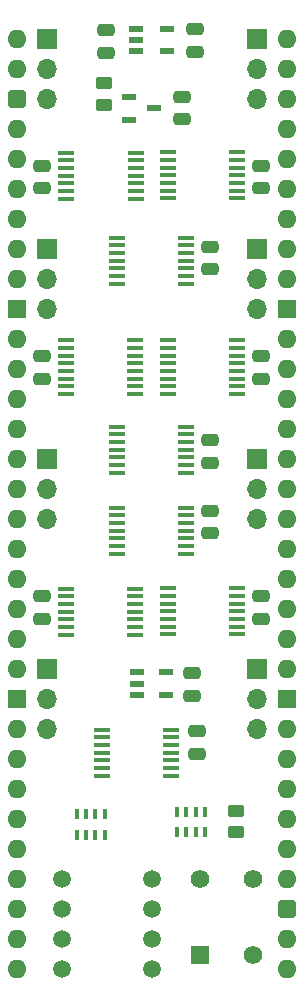
<source format=gbr>
%TF.GenerationSoftware,KiCad,Pcbnew,7.0.5*%
%TF.CreationDate,2024-01-03T11:58:52+02:00*%
%TF.ProjectId,Triple MPU Clock Generator,54726970-6c65-4204-9d50-5520436c6f63,rev?*%
%TF.SameCoordinates,Original*%
%TF.FileFunction,Soldermask,Top*%
%TF.FilePolarity,Negative*%
%FSLAX46Y46*%
G04 Gerber Fmt 4.6, Leading zero omitted, Abs format (unit mm)*
G04 Created by KiCad (PCBNEW 7.0.5) date 2024-01-03 11:58:52*
%MOMM*%
%LPD*%
G01*
G04 APERTURE LIST*
G04 Aperture macros list*
%AMRoundRect*
0 Rectangle with rounded corners*
0 $1 Rounding radius*
0 $2 $3 $4 $5 $6 $7 $8 $9 X,Y pos of 4 corners*
0 Add a 4 corners polygon primitive as box body*
4,1,4,$2,$3,$4,$5,$6,$7,$8,$9,$2,$3,0*
0 Add four circle primitives for the rounded corners*
1,1,$1+$1,$2,$3*
1,1,$1+$1,$4,$5*
1,1,$1+$1,$6,$7*
1,1,$1+$1,$8,$9*
0 Add four rect primitives between the rounded corners*
20,1,$1+$1,$2,$3,$4,$5,0*
20,1,$1+$1,$4,$5,$6,$7,0*
20,1,$1+$1,$6,$7,$8,$9,0*
20,1,$1+$1,$8,$9,$2,$3,0*%
G04 Aperture macros list end*
%ADD10R,1.575000X1.575000*%
%ADD11C,1.575000*%
%ADD12C,1.509000*%
%ADD13R,0.450000X0.900000*%
%ADD14R,1.475000X0.450000*%
%ADD15R,1.250000X0.600000*%
%ADD16R,1.450000X0.450000*%
%ADD17R,1.150000X0.600000*%
%ADD18RoundRect,0.250000X-0.475000X0.250000X-0.475000X-0.250000X0.475000X-0.250000X0.475000X0.250000X0*%
%ADD19RoundRect,0.250000X0.450000X-0.262500X0.450000X0.262500X-0.450000X0.262500X-0.450000X-0.262500X0*%
%ADD20RoundRect,0.250000X0.475000X-0.250000X0.475000X0.250000X-0.475000X0.250000X-0.475000X-0.250000X0*%
%ADD21R,1.700000X1.700000*%
%ADD22O,1.700000X1.700000*%
%ADD23O,1.600000X1.600000*%
%ADD24RoundRect,0.400000X-0.400000X-0.400000X0.400000X-0.400000X0.400000X0.400000X-0.400000X0.400000X0*%
%ADD25R,1.600000X1.600000*%
G04 APERTURE END LIST*
D10*
%TO.C,S2*%
X104430000Y-136040000D03*
D11*
X104430000Y-129540000D03*
X108930000Y-136040000D03*
X108930000Y-129540000D03*
%TD*%
D12*
%TO.C,S1*%
X92710000Y-129540000D03*
X92710000Y-132080000D03*
X92710000Y-134620000D03*
X92710000Y-137160000D03*
X100330000Y-137160000D03*
X100330000Y-134620000D03*
X100330000Y-132080000D03*
X100330000Y-129540000D03*
%TD*%
D13*
%TO.C,RN1*%
X96370000Y-124102500D03*
X95570000Y-124102500D03*
X94770000Y-124102500D03*
X93970000Y-124102500D03*
X93970000Y-125802500D03*
X94770000Y-125802500D03*
X95570000Y-125802500D03*
X96370000Y-125802500D03*
%TD*%
D14*
%TO.C,IC13*%
X97392000Y-91268000D03*
X97392000Y-91918000D03*
X97392000Y-92568000D03*
X97392000Y-93218000D03*
X97392000Y-93868000D03*
X97392000Y-94518000D03*
X97392000Y-95168000D03*
X103268000Y-95168000D03*
X103268000Y-94518000D03*
X103268000Y-93868000D03*
X103268000Y-93218000D03*
X103268000Y-92568000D03*
X103268000Y-91918000D03*
X103268000Y-91268000D03*
%TD*%
D15*
%TO.C,IC12*%
X99080000Y-112080000D03*
X99080000Y-113030000D03*
X99080000Y-113980000D03*
X101580000Y-113980000D03*
X101580000Y-112080000D03*
%TD*%
D16*
%TO.C,IC11*%
X93087000Y-83958000D03*
X93087000Y-84608000D03*
X93087000Y-85258000D03*
X93087000Y-85908000D03*
X93087000Y-86558000D03*
X93087000Y-87208000D03*
X93087000Y-87858000D03*
X93087000Y-88508000D03*
X98937000Y-88508000D03*
X98937000Y-87858000D03*
X98937000Y-87208000D03*
X98937000Y-86558000D03*
X98937000Y-85908000D03*
X98937000Y-85258000D03*
X98937000Y-84608000D03*
X98937000Y-83958000D03*
%TD*%
D14*
%TO.C,IC10*%
X103268000Y-98126000D03*
X103268000Y-98776000D03*
X103268000Y-99426000D03*
X103268000Y-100076000D03*
X103268000Y-100726000D03*
X103268000Y-101376000D03*
X103268000Y-102026000D03*
X97392000Y-102026000D03*
X97392000Y-101376000D03*
X97392000Y-100726000D03*
X97392000Y-100076000D03*
X97392000Y-99426000D03*
X97392000Y-98776000D03*
X97392000Y-98126000D03*
%TD*%
%TO.C,IC9*%
X96122000Y-116922000D03*
X96122000Y-117572000D03*
X96122000Y-118222000D03*
X96122000Y-118872000D03*
X96122000Y-119522000D03*
X96122000Y-120172000D03*
X96122000Y-120822000D03*
X101998000Y-120822000D03*
X101998000Y-120172000D03*
X101998000Y-119522000D03*
X101998000Y-118872000D03*
X101998000Y-118222000D03*
X101998000Y-117572000D03*
X101998000Y-116922000D03*
%TD*%
D15*
%TO.C,IC8*%
X98391000Y-63378000D03*
X98391000Y-65278000D03*
X100491000Y-64328000D03*
%TD*%
D16*
%TO.C,IC7*%
X101723000Y-83958000D03*
X101723000Y-84608000D03*
X101723000Y-85258000D03*
X101723000Y-85908000D03*
X101723000Y-86558000D03*
X101723000Y-87208000D03*
X101723000Y-87858000D03*
X101723000Y-88508000D03*
X107573000Y-88508000D03*
X107573000Y-87858000D03*
X107573000Y-87208000D03*
X107573000Y-86558000D03*
X107573000Y-85908000D03*
X107573000Y-85258000D03*
X107573000Y-84608000D03*
X107573000Y-83958000D03*
%TD*%
D14*
%TO.C,IC6*%
X97392000Y-75266000D03*
X97392000Y-75916000D03*
X97392000Y-76566000D03*
X97392000Y-77216000D03*
X97392000Y-77866000D03*
X97392000Y-78516000D03*
X97392000Y-79166000D03*
X103268000Y-79166000D03*
X103268000Y-78516000D03*
X103268000Y-77866000D03*
X103268000Y-77216000D03*
X103268000Y-76566000D03*
X103268000Y-75916000D03*
X103268000Y-75266000D03*
%TD*%
%TO.C,IC5*%
X101693000Y-104954000D03*
X101693000Y-105604000D03*
X101693000Y-106254000D03*
X101693000Y-106904000D03*
X101693000Y-107554000D03*
X101693000Y-108204000D03*
X101693000Y-108854000D03*
X107569000Y-108854000D03*
X107569000Y-108204000D03*
X107569000Y-107554000D03*
X107569000Y-106904000D03*
X107569000Y-106254000D03*
X107569000Y-105604000D03*
X107569000Y-104954000D03*
%TD*%
%TO.C,IC4*%
X93091000Y-68057000D03*
X93091000Y-68707000D03*
X93091000Y-69357000D03*
X93091000Y-70007000D03*
X93091000Y-70657000D03*
X93091000Y-71307000D03*
X93091000Y-71957000D03*
X98967000Y-71957000D03*
X98967000Y-71307000D03*
X98967000Y-70657000D03*
X98967000Y-70007000D03*
X98967000Y-69357000D03*
X98967000Y-68707000D03*
X98967000Y-68057000D03*
%TD*%
%TO.C,IC3*%
X93074000Y-104984000D03*
X93074000Y-105634000D03*
X93074000Y-106284000D03*
X93074000Y-106934000D03*
X93074000Y-107584000D03*
X93074000Y-108234000D03*
X93074000Y-108884000D03*
X98950000Y-108884000D03*
X98950000Y-108234000D03*
X98950000Y-107584000D03*
X98950000Y-106934000D03*
X98950000Y-106284000D03*
X98950000Y-105634000D03*
X98950000Y-104984000D03*
%TD*%
%TO.C,IC2*%
X101710000Y-68027000D03*
X101710000Y-68677000D03*
X101710000Y-69327000D03*
X101710000Y-69977000D03*
X101710000Y-70627000D03*
X101710000Y-71277000D03*
X101710000Y-71927000D03*
X107586000Y-71927000D03*
X107586000Y-71277000D03*
X107586000Y-70627000D03*
X107586000Y-69977000D03*
X107586000Y-69327000D03*
X107586000Y-68677000D03*
X107586000Y-68027000D03*
%TD*%
D17*
%TO.C,IC1*%
X99000000Y-57597000D03*
X99000000Y-58547000D03*
X99000000Y-59497000D03*
X101600000Y-59497000D03*
X101600000Y-57597000D03*
%TD*%
D18*
%TO.C,C14*%
X109601000Y-85299000D03*
X109601000Y-87199000D03*
%TD*%
%TO.C,C13*%
X91059000Y-85299000D03*
X91059000Y-87199000D03*
%TD*%
%TO.C,C12*%
X109601000Y-105619000D03*
X109601000Y-107519000D03*
%TD*%
%TO.C,C9*%
X105283000Y-92411000D03*
X105283000Y-94311000D03*
%TD*%
%TO.C,C4*%
X91059000Y-105619000D03*
X91059000Y-107519000D03*
%TD*%
D19*
%TO.C,R2*%
X96256000Y-64031500D03*
X96256000Y-62206500D03*
%TD*%
D20*
%TO.C,C10*%
X96490000Y-59608000D03*
X96490000Y-57708000D03*
%TD*%
D21*
%TO.C,J7*%
X109220000Y-93980000D03*
D22*
X109220000Y-96520000D03*
X109220000Y-99060000D03*
%TD*%
D23*
%TO.C,J1*%
X88900000Y-58420000D03*
X88900000Y-60960000D03*
D24*
X88900000Y-63500000D03*
D23*
X88900000Y-66040000D03*
X88900000Y-68580000D03*
X88900000Y-71120000D03*
X88900000Y-73660000D03*
X88900000Y-76200000D03*
X88900000Y-78740000D03*
D25*
X88900000Y-81280000D03*
D23*
X88900000Y-83820000D03*
X88900000Y-86360000D03*
X88900000Y-88900000D03*
X88900000Y-91440000D03*
X88900000Y-93980000D03*
X88900000Y-96520000D03*
X88900000Y-99060000D03*
X88900000Y-101600000D03*
X88900000Y-104140000D03*
X88900000Y-106680000D03*
X88900000Y-109220000D03*
X88900000Y-111760000D03*
D25*
X88900000Y-114300000D03*
D23*
X88900000Y-116840000D03*
X88900000Y-119380000D03*
X88900000Y-121920000D03*
X88900000Y-124460000D03*
X88900000Y-127000000D03*
X88900000Y-129540000D03*
X88900000Y-132080000D03*
X88900000Y-134620000D03*
X88900000Y-137160000D03*
X111760000Y-137160000D03*
X111760000Y-134620000D03*
D24*
X111760000Y-132080000D03*
D23*
X111760000Y-129540000D03*
X111760000Y-127000000D03*
X111760000Y-124460000D03*
X111760000Y-121920000D03*
X111760000Y-119380000D03*
X111760000Y-116840000D03*
D25*
X111760000Y-114300000D03*
D23*
X111760000Y-111760000D03*
X111760000Y-109220000D03*
X111760000Y-106680000D03*
X111760000Y-104140000D03*
X111760000Y-101600000D03*
X111760000Y-99060000D03*
X111760000Y-96520000D03*
X111760000Y-93980000D03*
X111760000Y-91440000D03*
X111760000Y-88900000D03*
X111760000Y-86360000D03*
X111760000Y-83820000D03*
D25*
X111760000Y-81280000D03*
D23*
X111760000Y-78740000D03*
X111760000Y-76200000D03*
X111760000Y-73660000D03*
X111760000Y-71120000D03*
X111760000Y-68580000D03*
X111760000Y-66040000D03*
X111760000Y-63500000D03*
X111760000Y-60960000D03*
X111760000Y-58420000D03*
%TD*%
D18*
%TO.C,C6*%
X104140000Y-117049000D03*
X104140000Y-118949000D03*
%TD*%
%TO.C,C7*%
X91059000Y-69170000D03*
X91059000Y-71070000D03*
%TD*%
D21*
%TO.C,J9*%
X109220000Y-111760000D03*
D22*
X109220000Y-114300000D03*
X109220000Y-116840000D03*
%TD*%
D21*
%TO.C,J6*%
X91440000Y-93980000D03*
D22*
X91440000Y-96520000D03*
X91440000Y-99060000D03*
%TD*%
D18*
%TO.C,C2*%
X105283000Y-76028000D03*
X105283000Y-77928000D03*
%TD*%
D13*
%TO.C,RN2*%
X104841000Y-123926500D03*
X104041000Y-123926500D03*
X103241000Y-123926500D03*
X102441000Y-123926500D03*
X102441000Y-125626500D03*
X103241000Y-125626500D03*
X104041000Y-125626500D03*
X104841000Y-125626500D03*
%TD*%
D20*
%TO.C,C11*%
X103983000Y-59542000D03*
X103983000Y-57642000D03*
%TD*%
D21*
%TO.C,J5*%
X109220000Y-76200000D03*
D22*
X109220000Y-78740000D03*
X109220000Y-81280000D03*
%TD*%
D21*
%TO.C,J2*%
X91440000Y-58420000D03*
D22*
X91440000Y-60960000D03*
X91440000Y-63500000D03*
%TD*%
D21*
%TO.C,J4*%
X91440000Y-76200000D03*
D22*
X91440000Y-78740000D03*
X91440000Y-81280000D03*
%TD*%
D19*
%TO.C,R1*%
X107432000Y-125626500D03*
X107432000Y-123801500D03*
%TD*%
D20*
%TO.C,C8*%
X102870000Y-65262000D03*
X102870000Y-63362000D03*
%TD*%
D18*
%TO.C,C3*%
X105283000Y-98380000D03*
X105283000Y-100280000D03*
%TD*%
%TO.C,C5*%
X109601000Y-69170000D03*
X109601000Y-71070000D03*
%TD*%
D21*
%TO.C,J3*%
X109220000Y-58420000D03*
D22*
X109220000Y-60960000D03*
X109220000Y-63500000D03*
%TD*%
D21*
%TO.C,J8*%
X91440000Y-111760000D03*
D22*
X91440000Y-114300000D03*
X91440000Y-116840000D03*
%TD*%
D18*
%TO.C,C1*%
X103759000Y-112141000D03*
X103759000Y-114041000D03*
%TD*%
M02*

</source>
